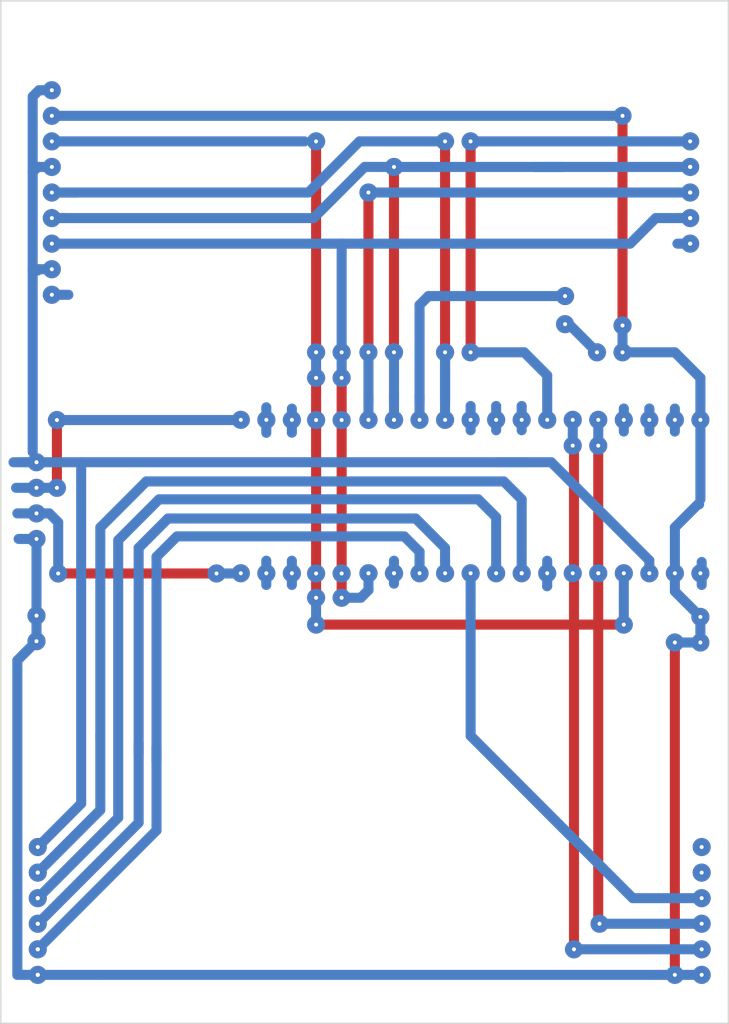
<source format=kicad_pcb>
(kicad_pcb (version 20171130) (host pcbnew "(5.0.1-3-g963ef8bb5)")

  (general
    (thickness 1.6)
    (drawings 5)
    (tracks 360)
    (zones 0)
    (modules 0)
    (nets 1)
  )

  (page A4)
  (layers
    (0 F.Cu signal)
    (31 B.Cu signal)
    (32 B.Adhes user)
    (33 F.Adhes user)
    (34 B.Paste user)
    (35 F.Paste user)
    (36 B.SilkS user)
    (37 F.SilkS user)
    (38 B.Mask user)
    (39 F.Mask user)
    (40 Dwgs.User user)
    (41 Cmts.User user)
    (42 Eco1.User user)
    (43 Eco2.User user)
    (44 Edge.Cuts user)
    (45 Margin user)
    (46 B.CrtYd user)
    (47 F.CrtYd user)
    (48 B.Fab user)
    (49 F.Fab user)
  )

  (setup
    (last_trace_width 1)
    (trace_clearance 0.2)
    (zone_clearance 0.508)
    (zone_45_only no)
    (trace_min 0.2)
    (segment_width 0.2)
    (edge_width 0.15)
    (via_size 1.8)
    (via_drill 0.4)
    (via_min_size 0.4)
    (via_min_drill 0.3)
    (uvia_size 0.3)
    (uvia_drill 0.1)
    (uvias_allowed no)
    (uvia_min_size 0.2)
    (uvia_min_drill 0.1)
    (pcb_text_width 0.3)
    (pcb_text_size 1.5 1.5)
    (mod_edge_width 0.15)
    (mod_text_size 1 1)
    (mod_text_width 0.15)
    (pad_size 1.524 1.524)
    (pad_drill 0.762)
    (pad_to_mask_clearance 0.051)
    (solder_mask_min_width 0.25)
    (aux_axis_origin 0 0)
    (visible_elements FFFFFF7F)
    (pcbplotparams
      (layerselection 0x010fc_ffffffff)
      (usegerberextensions false)
      (usegerberattributes false)
      (usegerberadvancedattributes false)
      (creategerberjobfile false)
      (excludeedgelayer true)
      (linewidth 0.150000)
      (plotframeref false)
      (viasonmask false)
      (mode 1)
      (useauxorigin false)
      (hpglpennumber 1)
      (hpglpenspeed 20)
      (hpglpendiameter 15.000000)
      (psnegative false)
      (psa4output false)
      (plotreference true)
      (plotvalue true)
      (plotinvisibletext false)
      (padsonsilk false)
      (subtractmaskfromsilk false)
      (outputformat 1)
      (mirror false)
      (drillshape 1)
      (scaleselection 1)
      (outputdirectory ""))
  )

  (net 0 "")

  (net_class Default "This is the default net class."
    (clearance 0.2)
    (trace_width 1)
    (via_dia 1.8)
    (via_drill 0.4)
    (uvia_dia 0.3)
    (uvia_drill 0.1)
  )

  (net_class neti ""
    (clearance 0.2)
    (trace_width 0.8)
    (via_dia 3)
    (via_drill 0.4)
    (uvia_dia 0.3)
    (uvia_drill 0.1)
  )

  (gr_text "V2 PSRAM\n" (at 167.005 32.258) (layer Eco2.User)
    (effects (font (size 1.5 1.5) (thickness 0.3)))
  )
  (gr_line (start 145.161 130.683) (end 145.161 29.083) (layer Edge.Cuts) (width 0.15) (tstamp 5DC5CC49))
  (gr_line (start 217.551 29.083) (end 217.551 130.683) (layer Edge.Cuts) (width 0.15) (tstamp 5DC5CC48))
  (gr_line (start 145.161 29.083) (end 217.551 29.083) (layer Edge.Cuts) (width 0.15) (tstamp 5DC5CC47))
  (gr_line (start 145.161 130.683) (end 217.551 130.683) (layer Edge.Cuts) (width 0.15) (tstamp 5DC5CC46))

  (segment (start 148.844 125.857) (end 155.194 125.857) (width 1) (layer B.Cu) (net 0) (tstamp 5DC5CAE5))
  (segment (start 212.471 50.673) (end 213.741 50.673) (width 1) (layer B.Cu) (net 0) (tstamp 5DC5CAEC))
  (segment (start 212.471 53.213) (end 213.741 53.213) (width 1) (layer B.Cu) (net 0) (tstamp 5DC5CAED))
  (segment (start 150.241 48.133) (end 152.781 48.133) (width 1) (layer B.Cu) (net 0) (tstamp 5DC5CAF2))
  (segment (start 150.241 50.673) (end 151.511 50.673) (width 1) (layer B.Cu) (net 0) (tstamp 5DC5CAF4))
  (segment (start 155.194 125.857) (end 209.804 125.857) (width 1) (layer B.Cu) (net 0) (tstamp 5DC5CB2B))
  (segment (start 209.804 125.857) (end 212.217 125.857) (width 1) (layer B.Cu) (net 0) (tstamp 5DC5CB54))
  (via (at 196.979941 85.957485) (size 0.8) (drill 0.4) (layers F.Cu B.Cu) (net 0) (tstamp 5DC5CB68))
  (via (at 148.844 115.697) (size 0.8) (drill 0.4) (layers F.Cu B.Cu) (net 0) (tstamp 5DC5CB6E))
  (via (at 213.741 53.213) (size 0.8) (drill 0.4) (layers F.Cu B.Cu) (net 0) (tstamp 5DC5CB6F))
  (via (at 213.741 50.673) (size 0.8) (drill 0.4) (layers F.Cu B.Cu) (net 0) (tstamp 5DC5CB70))
  (via (at 148.844 118.237) (size 0.8) (drill 0.4) (layers F.Cu B.Cu) (net 0) (tstamp 5DC5CB71))
  (via (at 213.741 48.133) (size 0.8) (drill 0.4) (layers F.Cu B.Cu) (net 0) (tstamp 5DC5CB73))
  (via (at 148.844 123.317) (size 0.8) (drill 0.4) (layers F.Cu B.Cu) (net 0) (tstamp 5DC5CB74))
  (via (at 148.844 125.857) (size 0.8) (drill 0.4) (layers F.Cu B.Cu) (net 0) (tstamp 5DC5CB75))
  (via (at 213.741 45.593) (size 0.8) (drill 0.4) (layers F.Cu B.Cu) (net 0) (tstamp 5DC5CB76))
  (via (at 148.844 118.237) (size 0.8) (drill 0.4) (layers F.Cu B.Cu) (net 0) (tstamp 5DC5CB7B))
  (via (at 148.844 118.237) (size 0.8) (drill 0.4) (layers F.Cu B.Cu) (net 0) (tstamp 5DC5CB7C))
  (via (at 148.844 120.777) (size 0.8) (drill 0.4) (layers F.Cu B.Cu) (net 0) (tstamp 5DC5CB7D))
  (via (at 196.979941 85.957485) (size 0.8) (drill 0.4) (layers F.Cu B.Cu) (net 0) (tstamp 5DC5CB8B))
  (via (at 196.979941 85.957485) (size 1.2) (drill 0.4) (layers F.Cu B.Cu) (net 0) (tstamp 5DC5CB8C))
  (via (at 204.599941 85.957485) (size 0.8) (drill 0.4) (layers F.Cu B.Cu) (net 0) (tstamp 5DC5CBA5))
  (via (at 196.979941 85.957485) (size 0.8) (drill 0.4) (layers F.Cu B.Cu) (net 0) (tstamp 5DC5CBAB))
  (via (at 196.979941 85.957485) (size 1.5) (drill 0.4) (layers F.Cu B.Cu) (net 0) (tstamp 5DC5CBAC))
  (via (at 213.741 45.593) (size 0.8) (drill 0.4) (layers F.Cu B.Cu) (net 0) (tstamp 5DC5CBB9))
  (via (at 213.741 45.593) (size 1.5) (drill 0.4) (layers F.Cu B.Cu) (net 0) (tstamp 5DC5CBBA))
  (via (at 213.741 48.133) (size 0.8) (drill 0.4) (layers F.Cu B.Cu) (net 0) (tstamp 5DC5CBBB))
  (via (at 213.741 48.133) (size 1.5) (drill 0.4) (layers F.Cu B.Cu) (net 0) (tstamp 5DC5CBBC))
  (via (at 213.741 50.673) (size 0.8) (drill 0.4) (layers F.Cu B.Cu) (net 0) (tstamp 5DC5CBBD))
  (via (at 213.741 50.673) (size 1.5) (drill 0.4) (layers F.Cu B.Cu) (net 0) (tstamp 5DC5CBBE))
  (via (at 213.741 53.213) (size 0.8) (drill 0.4) (layers F.Cu B.Cu) (net 0) (tstamp 5DC5CBBF))
  (via (at 213.741 53.213) (size 1.5) (drill 0.4) (layers F.Cu B.Cu) (net 0) (tstamp 5DC5CBC0))
  (via (at 148.844 115.697) (size 0.8) (drill 0.4) (layers F.Cu B.Cu) (net 0) (tstamp 5DC5CBC1))
  (via (at 148.844 118.237) (size 0.8) (drill 0.4) (layers F.Cu B.Cu) (net 0) (tstamp 5DC5CBC2))
  (via (at 148.844 118.237) (size 1.5) (drill 0.4) (layers F.Cu B.Cu) (net 0) (tstamp 5DC5CBC3))
  (via (at 148.844 120.777) (size 0.8) (drill 0.4) (layers F.Cu B.Cu) (net 0) (tstamp 5DC5CBC4))
  (via (at 148.844 120.777) (size 1.5) (drill 0.4) (layers F.Cu B.Cu) (net 0) (tstamp 5DC5CBC5))
  (via (at 148.844 123.317) (size 0.8) (drill 0.4) (layers F.Cu B.Cu) (net 0) (tstamp 5DC5CBC6))
  (via (at 148.844 123.317) (size 1.5) (drill 0.4) (layers F.Cu B.Cu) (net 0) (tstamp 5DC5CBC7))
  (via (at 148.844 125.857) (size 0.8) (drill 0.4) (layers F.Cu B.Cu) (net 0) (tstamp 5DC5CBC8))
  (via (at 148.844 125.857) (size 1.5) (drill 0.4) (layers F.Cu B.Cu) (net 0) (tstamp 5DC5CBC9))
  (via (at 148.844 115.697) (size 0.8) (drill 0.4) (layers F.Cu B.Cu) (net 0) (tstamp 5DC5CBCA))
  (via (at 148.844 115.697) (size 1.5) (drill 0.4) (layers F.Cu B.Cu) (net 0) (tstamp 5DC5CBCB))
  (via (at 148.844 115.697) (size 0.8) (drill 0.4) (layers F.Cu B.Cu) (net 0) (tstamp 5DC5CBCC))
  (via (at 148.844 115.697) (size 1.8) (drill 0.4) (layers F.Cu B.Cu) (net 0) (tstamp 5DC5CBCD))
  (via (at 148.844 118.237) (size 0.8) (drill 0.4) (layers F.Cu B.Cu) (net 0) (tstamp 5DC5CBCE))
  (via (at 148.844 118.237) (size 1.8) (drill 0.4) (layers F.Cu B.Cu) (net 0) (tstamp 5DC5CBCF))
  (via (at 148.844 120.777) (size 0.8) (drill 0.4) (layers F.Cu B.Cu) (net 0) (tstamp 5DC5CBD0))
  (via (at 148.844 120.777) (size 1.8) (drill 0.4) (layers F.Cu B.Cu) (net 0) (tstamp 5DC5CBD1))
  (via (at 148.844 123.317) (size 0.8) (drill 0.4) (layers F.Cu B.Cu) (net 0) (tstamp 5DC5CBD2))
  (via (at 148.844 123.317) (size 1.8) (drill 0.4) (layers F.Cu B.Cu) (net 0) (tstamp 5DC5CBD3))
  (via (at 148.844 125.857) (size 0.8) (drill 0.4) (layers F.Cu B.Cu) (net 0) (tstamp 5DC5CBD4))
  (via (at 148.844 125.857) (size 1.8) (drill 0.4) (layers F.Cu B.Cu) (net 0) (tstamp 5DC5CBD5))
  (via (at 213.741 45.593) (size 0.8) (drill 0.4) (layers F.Cu B.Cu) (net 0) (tstamp 5DC5CBD6))
  (via (at 213.741 45.593) (size 1.8) (drill 0.4) (layers F.Cu B.Cu) (net 0) (tstamp 5DC5CBD7))
  (via (at 213.741 48.133) (size 0.8) (drill 0.4) (layers F.Cu B.Cu) (net 0) (tstamp 5DC5CBD8))
  (via (at 213.741 48.133) (size 1.8) (drill 0.4) (layers F.Cu B.Cu) (net 0) (tstamp 5DC5CBD9))
  (via (at 213.741 50.673) (size 0.8) (drill 0.4) (layers F.Cu B.Cu) (net 0) (tstamp 5DC5CBDA))
  (via (at 213.741 50.673) (size 1.8) (drill 0.4) (layers F.Cu B.Cu) (net 0) (tstamp 5DC5CBDB))
  (via (at 213.741 53.213) (size 0.8) (drill 0.4) (layers F.Cu B.Cu) (net 0) (tstamp 5DC5CBDC))
  (via (at 213.741 53.213) (size 1.8) (drill 0.4) (layers F.Cu B.Cu) (net 0) (tstamp 5DC5CBDD))
  (via (at 181.739941 85.957485) (size 1.8) (drill 0.4) (layers F.Cu B.Cu) (net 0) (tstamp 5DC5CBDF) (status 1000000))
  (via (at 184.279941 85.957485) (size 1.8) (drill 0.4) (layers F.Cu B.Cu) (net 0) (tstamp 5DC5CBE1))
  (via (at 186.819941 85.957485) (size 1.8) (drill 0.4) (layers F.Cu B.Cu) (net 0) (tstamp 5DC5CBE3))
  (via (at 189.359941 85.957485) (size 1.8) (drill 0.4) (layers F.Cu B.Cu) (net 0) (tstamp 5DC5CBE5))
  (via (at 191.899941 85.957485) (size 1.8) (drill 0.4) (layers F.Cu B.Cu) (net 0) (tstamp 5DC5CBE7))
  (via (at 196.979941 85.957485) (size 0.8) (drill 0.4) (layers F.Cu B.Cu) (net 0) (tstamp 5DC5CBEA))
  (via (at 196.979941 85.957485) (size 1.8) (drill 0.4) (layers F.Cu B.Cu) (net 0) (tstamp 5DC5CBEB))
  (via (at 199.519941 85.957485) (size 1.8) (drill 0.4) (layers F.Cu B.Cu) (net 0) (tstamp 5DC5CBED))
  (via (at 202.059941 85.957485) (size 1.8) (drill 0.4) (layers F.Cu B.Cu) (net 0) (tstamp 5DC5CBEF))
  (via (at 204.599941 85.957485) (size 0.8) (drill 0.4) (layers F.Cu B.Cu) (net 0) (tstamp 5DC5CBF0))
  (via (at 204.599941 85.957485) (size 1.8) (drill 0.4) (layers F.Cu B.Cu) (net 0) (tstamp 5DC5CBF1))
  (via (at 207.139941 85.957485) (size 1.8) (drill 0.4) (layers F.Cu B.Cu) (net 0) (tstamp 5DC5CBF3))
  (via (at 209.679941 85.957485) (size 1.8) (drill 0.4) (layers F.Cu B.Cu) (net 0) (tstamp 5DC5CBF5))
  (via (at 212.219941 85.957485) (size 1.8) (drill 0.4) (layers F.Cu B.Cu) (net 0) (tstamp 5DC5CBF7))
  (via (at 214.884 125.857) (size 1.8) (drill 0.4) (layers F.Cu B.Cu) (net 0) (tstamp 5DC5CBFA))
  (via (at 214.884 123.317) (size 1.8) (drill 0.4) (layers F.Cu B.Cu) (net 0) (tstamp 5DC5CBFB))
  (via (at 214.884 120.777) (size 1.8) (drill 0.4) (layers F.Cu B.Cu) (net 0) (tstamp 5DC5CBFC))
  (via (at 214.884 118.237) (size 1.8) (drill 0.4) (layers F.Cu B.Cu) (net 0) (tstamp 5DC5CBFD))
  (via (at 214.884 115.697) (size 1.8) (drill 0.4) (layers F.Cu B.Cu) (net 0) (tstamp 5DC5CBFE))
  (via (at 214.884 113.157) (size 1.8) (drill 0.4) (layers F.Cu B.Cu) (net 0) (tstamp 5DC5CBFF))
  (via (at 148.717 92.71) (size 1.8) (drill 0.4) (layers F.Cu B.Cu) (net 0) (tstamp 5DC5CC0B))
  (via (at 148.844 113.157) (size 1.8) (drill 0.4) (layers F.Cu B.Cu) (net 0) (tstamp 5DC5CC0D))
  (via (at 214.757 90.297) (size 1.8) (drill 0.4) (layers F.Cu B.Cu) (net 0) (tstamp 5DC5CC0E))
  (via (at 214.757 92.837) (size 1.8) (drill 0.4) (layers F.Cu B.Cu) (net 0) (tstamp 5DC5CC0F))
  (via (at 150.241 48.133) (size 1.8) (drill 0.4) (layers F.Cu B.Cu) (net 0) (tstamp 5DC5CC10))
  (via (at 150.241 45.593) (size 1.8) (drill 0.4) (layers F.Cu B.Cu) (net 0) (tstamp 5DC5CC11))
  (via (at 150.241 50.673) (size 1.8) (drill 0.4) (layers F.Cu B.Cu) (net 0) (tstamp 5DC5CC12))
  (via (at 150.241 53.213) (size 1.8) (drill 0.4) (layers F.Cu B.Cu) (net 0) (tstamp 5DC5CC13))
  (via (at 150.241 43.053) (size 1.8) (drill 0.4) (layers F.Cu B.Cu) (net 0) (tstamp 5DC5CC14))
  (via (at 150.241 40.513) (size 1.8) (drill 0.4) (layers F.Cu B.Cu) (net 0) (tstamp 5DC5CC15))
  (via (at 150.241 55.753) (size 1.8) (drill 0.4) (layers F.Cu B.Cu) (net 0) (tstamp 5DC5CC16))
  (via (at 150.241 58.293) (size 1.8) (drill 0.4) (layers F.Cu B.Cu) (net 0) (tstamp 5DC5CC17))
  (via (at 150.241 37.973) (size 1.8) (drill 0.4) (layers F.Cu B.Cu) (net 0) (tstamp 5DC5CC18))
  (via (at 181.739941 70.717485) (size 1.8) (drill 0.4) (layers F.Cu B.Cu) (net 0) (tstamp 5DC5CC19))
  (via (at 184.279941 70.717485) (size 1.8) (drill 0.4) (layers F.Cu B.Cu) (net 0) (tstamp 5DC5CC1A))
  (via (at 186.819941 70.717485) (size 1.8) (drill 0.4) (layers F.Cu B.Cu) (net 0) (tstamp 5DC5CC1B))
  (via (at 191.899941 70.717485) (size 1.8) (drill 0.4) (layers F.Cu B.Cu) (net 0) (tstamp 5DC5CC1D))
  (via (at 194.439941 70.717485) (size 1.8) (drill 0.4) (layers F.Cu B.Cu) (net 0) (tstamp 5DC5CC1E))
  (via (at 196.979941 70.717485) (size 1.8) (drill 0.4) (layers F.Cu B.Cu) (net 0) (tstamp 5DC5CC1F))
  (via (at 199.519941 70.717485) (size 1.8) (drill 0.4) (layers F.Cu B.Cu) (net 0) (tstamp 5DC5CC20))
  (via (at 202.059941 70.717485) (size 1.8) (drill 0.4) (layers F.Cu B.Cu) (net 0) (tstamp 5DC5CC21))
  (via (at 204.599941 70.717485) (size 1.8) (drill 0.4) (layers F.Cu B.Cu) (net 0) (tstamp 5DC5CC22))
  (via (at 207.139941 70.717485) (size 1.8) (drill 0.4) (layers F.Cu B.Cu) (net 0) (tstamp 5DC5CC23))
  (via (at 209.679941 70.717485) (size 1.8) (drill 0.4) (layers F.Cu B.Cu) (net 0) (tstamp 5DC5CC24))
  (via (at 212.219941 70.717485) (size 1.8) (drill 0.4) (layers F.Cu B.Cu) (net 0) (tstamp 5DC5CC25))
  (via (at 214.759941 70.717485) (size 1.8) (drill 0.4) (layers F.Cu B.Cu) (net 0) (tstamp 5DC5CC26))
  (via (at 213.741 43.053) (size 1.8) (drill 0.4) (layers F.Cu B.Cu) (net 0) (tstamp 5DC5CC3F))
  (via (at 148.717 90.17) (size 1.8) (drill 0.4) (layers F.Cu B.Cu) (net 0) (tstamp 5DC5CC0C))
  (segment (start 210.312 50.673) (end 213.741 50.673) (width 1) (layer B.Cu) (net 0))
  (segment (start 207.772 53.213) (end 210.312 50.673) (width 1) (layer B.Cu) (net 0))
  (segment (start 150.241 53.213) (end 177.927 53.213) (width 1) (layer B.Cu) (net 0))
  (segment (start 180.975 53.213) (end 180.977941 53.215941) (width 1) (layer B.Cu) (net 0))
  (segment (start 180.975 53.213) (end 207.772 53.213) (width 1) (layer B.Cu) (net 0))
  (segment (start 212.219941 87.759941) (end 214.757 90.297) (width 1) (layer B.Cu) (net 0))
  (segment (start 212.219941 85.957485) (end 212.219941 87.759941) (width 1) (layer B.Cu) (net 0))
  (via (at 181.737 48.133) (size 1.8) (drill 0.4) (layers F.Cu B.Cu) (net 0))
  (segment (start 213.741 48.133) (end 181.737 48.133) (width 1) (layer B.Cu) (net 0))
  (segment (start 181.737 70.714544) (end 181.739941 70.717485) (width 1) (layer B.Cu) (net 0))
  (via (at 184.277 45.593) (size 1.8) (drill 0.4) (layers F.Cu B.Cu) (net 0))
  (segment (start 184.277 45.593) (end 184.277 64.008) (width 1) (layer F.Cu) (net 0))
  (segment (start 198.247 45.593) (end 213.741 45.593) (width 1) (layer B.Cu) (net 0))
  (segment (start 198.247 45.593) (end 201.041 45.593) (width 1) (layer B.Cu) (net 0))
  (segment (start 186.819941 83.82) (end 186.692941 83.693) (width 1) (layer B.Cu) (net 0))
  (via (at 148.717 82.55) (size 1.8) (drill 0.4) (layers F.Cu B.Cu) (net 0) (tstamp 5DC69DC9))
  (via (at 148.717 80.01) (size 1.8) (drill 0.4) (layers F.Cu B.Cu) (net 0) (tstamp 5DC69DCA))
  (via (at 148.717 77.47) (size 1.8) (drill 0.4) (layers F.Cu B.Cu) (net 0) (tstamp 5DC69DCB))
  (via (at 148.717 74.93) (size 1.8) (drill 0.4) (layers F.Cu B.Cu) (net 0) (tstamp 5DC69DCC))
  (segment (start 186.819941 85.957485) (end 186.819941 83.82) (width 1) (layer B.Cu) (net 0))
  (via (at 194.439941 85.957485) (size 1.8) (drill 0.4) (layers F.Cu B.Cu) (net 0) (tstamp 5DC5CBE9))
  (via (at 214.759941 85.957485) (size 1.8) (drill 0.4) (layers F.Cu B.Cu) (net 0) (tstamp 5DC5CBF9))
  (via (at 189.359941 70.717485) (size 1.8) (drill 0.4) (layers F.Cu B.Cu) (net 0) (tstamp 5DC5CC1C))
  (via (at 169.039941 70.717485) (size 1.8) (drill 0.4) (layers F.Cu B.Cu) (net 0) (tstamp 5DC6A067))
  (via (at 171.579941 70.717485) (size 1.8) (drill 0.4) (layers F.Cu B.Cu) (net 0) (tstamp 5DC6A068))
  (via (at 174.119941 70.717485) (size 1.8) (drill 0.4) (layers F.Cu B.Cu) (net 0) (tstamp 5DC6A069))
  (via (at 181.739941 70.717485) (size 1.8) (drill 0.4) (layers F.Cu B.Cu) (net 0) (tstamp 5DC6A06C))
  (via (at 184.279941 70.717485) (size 1.8) (drill 0.4) (layers F.Cu B.Cu) (net 0) (tstamp 5DC6A06D))
  (via (at 169.039941 85.957485) (size 1.8) (drill 0.4) (layers F.Cu B.Cu) (net 0) (tstamp 5DC6A067))
  (via (at 171.579941 85.957485) (size 1.8) (drill 0.4) (layers F.Cu B.Cu) (net 0) (tstamp 5DC6A068))
  (via (at 174.119941 85.957485) (size 1.8) (drill 0.4) (layers F.Cu B.Cu) (net 0) (tstamp 5DC6A069))
  (via (at 181.739941 85.957485) (size 1.8) (drill 0.4) (layers F.Cu B.Cu) (net 0) (tstamp 5DC6A06C))
  (via (at 184.279941 85.957485) (size 1.8) (drill 0.4) (layers F.Cu B.Cu) (net 0) (tstamp 5DC6A06D))
  (via (at 179.07 88.392) (size 1.8) (drill 0.4) (layers F.Cu B.Cu) (net 0))
  (segment (start 148.717 74.93) (end 151.765 74.93) (width 1) (layer B.Cu) (net 0))
  (segment (start 148.717 82.55) (end 148.717 90.17) (width 1) (layer B.Cu) (net 0))
  (via (at 166.624 85.979) (size 1.8) (drill 0.4) (layers F.Cu B.Cu) (net 0))
  (segment (start 153.162 102.108) (end 153.162 74.93) (width 1) (layer B.Cu) (net 0))
  (segment (start 151.765 74.93) (end 153.162 74.93) (width 1) (layer B.Cu) (net 0))
  (via (at 150.749 77.47) (size 1.8) (drill 0.4) (layers F.Cu B.Cu) (net 0))
  (via (at 150.876 85.979) (size 1.8) (drill 0.4) (layers F.Cu B.Cu) (net 0))
  (segment (start 148.717 77.47) (end 150.749 77.47) (width 1) (layer B.Cu) (net 0))
  (segment (start 186.817 70.714544) (end 186.819941 70.717485) (width 1) (layer B.Cu) (net 0))
  (via (at 189.357 43.053) (size 1.8) (drill 0.4) (layers F.Cu B.Cu) (net 0))
  (segment (start 189.357 44.325792) (end 189.357 64.008) (width 1) (layer F.Cu) (net 0))
  (segment (start 189.357 43.053) (end 189.357 44.325792) (width 1) (layer F.Cu) (net 0))
  (via (at 191.897 43.053) (size 1.8) (drill 0.4) (layers F.Cu B.Cu) (net 0))
  (segment (start 213.741 43.053) (end 191.897 43.053) (width 1) (layer B.Cu) (net 0))
  (segment (start 191.897 44.325792) (end 191.897 64.008) (width 1) (layer F.Cu) (net 0))
  (segment (start 191.897 43.053) (end 191.897 44.325792) (width 1) (layer F.Cu) (net 0))
  (via (at 150.749 70.739) (size 1.8) (drill 0.4) (layers F.Cu B.Cu) (net 0))
  (segment (start 150.749 70.739) (end 150.749 77.47) (width 1) (layer F.Cu) (net 0))
  (segment (start 169.018426 70.739) (end 169.039941 70.717485) (width 1) (layer B.Cu) (net 0))
  (segment (start 150.749 70.739) (end 169.018426 70.739) (width 1) (layer B.Cu) (net 0))
  (segment (start 169.018426 85.979) (end 169.039941 85.957485) (width 1) (layer B.Cu) (net 0))
  (segment (start 166.624 85.979) (end 169.018426 85.979) (width 1) (layer B.Cu) (net 0))
  (segment (start 149.989792 80.01) (end 150.876 80.896208) (width 1) (layer B.Cu) (net 0))
  (segment (start 148.717 80.01) (end 149.989792 80.01) (width 1) (layer B.Cu) (net 0))
  (segment (start 150.876 80.896208) (end 150.876 85.979) (width 1) (layer B.Cu) (net 0))
  (segment (start 152.148792 85.979) (end 166.624 85.979) (width 1) (layer F.Cu) (net 0))
  (segment (start 150.876 85.979) (end 152.148792 85.979) (width 1) (layer F.Cu) (net 0))
  (via (at 176.53 43.053) (size 1.8) (drill 0.4) (layers F.Cu B.Cu) (net 0))
  (segment (start 150.241 43.053) (end 175.387 43.053) (width 1) (layer B.Cu) (net 0))
  (segment (start 195.201941 76.835) (end 196.979941 78.613) (width 1) (layer B.Cu) (net 0))
  (segment (start 159.639 76.835) (end 195.201941 76.835) (width 1) (layer B.Cu) (net 0))
  (segment (start 155.067 81.407) (end 159.639 76.835) (width 1) (layer B.Cu) (net 0))
  (segment (start 196.979941 78.613) (end 196.979941 85.957485) (width 1) (layer B.Cu) (net 0))
  (segment (start 192.661941 78.613) (end 194.439941 80.391) (width 1) (layer B.Cu) (net 0))
  (segment (start 156.845 103.378) (end 156.845 82.677) (width 1) (layer B.Cu) (net 0))
  (segment (start 160.909 78.613) (end 192.661941 78.613) (width 1) (layer B.Cu) (net 0))
  (segment (start 194.439941 80.391) (end 194.439941 85.957485) (width 1) (layer B.Cu) (net 0))
  (segment (start 156.845 82.677) (end 160.909 78.613) (width 1) (layer B.Cu) (net 0))
  (segment (start 158.877 83.439) (end 161.798 80.518) (width 1) (layer B.Cu) (net 0))
  (segment (start 160.655 84.328) (end 162.687 82.296) (width 1) (layer B.Cu) (net 0))
  (segment (start 185.295941 82.296) (end 186.819941 83.82) (width 1) (layer B.Cu) (net 0))
  (segment (start 162.687 82.296) (end 185.295941 82.296) (width 1) (layer B.Cu) (net 0))
  (segment (start 181.718426 85.979) (end 181.739941 85.957485) (width 1) (layer B.Cu) (net 0))
  (via (at 179.07 66.548) (size 1.8) (drill 0.4) (layers F.Cu B.Cu) (net 0))
  (segment (start 179.07 65.275208) (end 179.07 64.135) (width 1) (layer B.Cu) (net 0))
  (segment (start 179.07 66.548) (end 179.07 65.275208) (width 1) (layer B.Cu) (net 0))
  (segment (start 179.07 53.213) (end 180.975 53.213) (width 1) (layer B.Cu) (net 0))
  (segment (start 177.927 53.213) (end 179.07 53.213) (width 1) (layer B.Cu) (net 0))
  (segment (start 176.276 50.673) (end 181.356 45.593) (width 1) (layer B.Cu) (net 0))
  (segment (start 150.241 50.673) (end 176.276 50.673) (width 1) (layer B.Cu) (net 0))
  (segment (start 181.356 45.593) (end 198.247 45.593) (width 1) (layer B.Cu) (net 0))
  (segment (start 180.848 43.053) (end 189.357 43.053) (width 1) (layer B.Cu) (net 0))
  (segment (start 175.768 48.133) (end 180.848 43.053) (width 1) (layer B.Cu) (net 0))
  (segment (start 150.241 48.133) (end 175.768 48.133) (width 1) (layer B.Cu) (net 0))
  (via (at 176.53 66.548) (size 1.8) (drill 0.4) (layers F.Cu B.Cu) (net 0))
  (via (at 176.53 64.008) (size 1.8) (drill 0.4) (layers F.Cu B.Cu) (net 0))
  (segment (start 179.07 64.135) (end 179.07 53.213) (width 1) (layer B.Cu) (net 0) (tstamp 5DC6D649))
  (via (at 179.07 64.008) (size 1.8) (drill 0.4) (layers F.Cu B.Cu) (net 0))
  (segment (start 181.737 64.008) (end 181.737 48.133) (width 1) (layer F.Cu) (net 0) (tstamp 5DC6D64B))
  (via (at 181.737 64.008) (size 1.8) (drill 0.4) (layers F.Cu B.Cu) (net 0))
  (via (at 184.277 64.008) (size 1.8) (drill 0.4) (layers F.Cu B.Cu) (net 0))
  (via (at 189.357 64.008) (size 1.8) (drill 0.4) (layers F.Cu B.Cu) (net 0))
  (via (at 191.897 64.008) (size 1.8) (drill 0.4) (layers F.Cu B.Cu) (net 0))
  (segment (start 184.279941 64.010941) (end 184.277 64.008) (width 1) (layer B.Cu) (net 0))
  (segment (start 181.739941 64.010941) (end 181.737 64.008) (width 1) (layer B.Cu) (net 0))
  (segment (start 189.359941 64.010941) (end 189.357 64.008) (width 1) (layer B.Cu) (net 0))
  (segment (start 189.359941 68.939485) (end 189.359941 64.010941) (width 1) (layer B.Cu) (net 0))
  (segment (start 199.519941 68.939485) (end 199.519941 66.296941) (width 1) (layer B.Cu) (net 0))
  (segment (start 197.231 64.008) (end 199.519941 66.296941) (width 1) (layer B.Cu) (net 0))
  (segment (start 191.897 64.008) (end 197.231 64.008) (width 1) (layer B.Cu) (net 0))
  (segment (start 176.53 43.053) (end 176.53 64.008) (width 1) (layer F.Cu) (net 0))
  (via (at 176.53 88.392) (size 1.8) (drill 0.4) (layers F.Cu B.Cu) (net 0))
  (via (at 176.53 91.059) (size 1.8) (drill 0.4) (layers F.Cu B.Cu) (net 0))
  (via (at 207.137 91.059) (size 1.8) (drill 0.4) (layers F.Cu B.Cu) (net 0))
  (segment (start 207.139941 91.056059) (end 207.137 91.059) (width 1) (layer B.Cu) (net 0))
  (segment (start 207.139941 85.957485) (end 207.139941 91.056059) (width 1) (layer B.Cu) (net 0))
  (segment (start 176.53 88.392) (end 176.53 91.059) (width 1) (layer B.Cu) (net 0))
  (segment (start 176.53 91.059) (end 207.137 91.059) (width 1) (layer F.Cu) (net 0))
  (segment (start 176.53 64.008) (end 176.53 66.548) (width 1) (layer B.Cu) (net 0))
  (segment (start 214.757 90.297) (end 214.757 92.837) (width 1) (layer B.Cu) (net 0))
  (segment (start 148.717 92.71) (end 148.717 90.17) (width 1) (layer B.Cu) (net 0))
  (segment (start 181.739941 85.957485) (end 181.504515 85.957485) (width 1) (layer B.Cu) (net 0))
  (via (at 202.057 73.279) (size 1.8) (drill 0.4) (layers F.Cu B.Cu) (net 0))
  (via (at 204.597 73.279) (size 1.8) (drill 0.4) (layers F.Cu B.Cu) (net 0))
  (segment (start 204.599941 73.276059) (end 204.597 73.279) (width 1) (layer B.Cu) (net 0))
  (segment (start 204.599941 70.717485) (end 204.599941 73.276059) (width 1) (layer B.Cu) (net 0))
  (segment (start 202.059941 73.276059) (end 202.057 73.279) (width 1) (layer B.Cu) (net 0))
  (segment (start 202.059941 70.717485) (end 202.059941 73.276059) (width 1) (layer B.Cu) (net 0))
  (segment (start 204.724 120.777) (end 214.884 120.777) (width 1) (layer B.Cu) (net 0) (tstamp 5DC6DB22))
  (via (at 204.724 120.777) (size 1.8) (drill 0.4) (layers F.Cu B.Cu) (net 0))
  (segment (start 202.184 123.317) (end 214.884 123.317) (width 1) (layer B.Cu) (net 0) (tstamp 5DC6DB29))
  (via (at 202.184 123.317) (size 1.8) (drill 0.4) (layers F.Cu B.Cu) (net 0))
  (segment (start 209.679941 84.684693) (end 199.925248 74.93) (width 1) (layer B.Cu) (net 0))
  (segment (start 199.925248 74.93) (end 194.564 74.93) (width 1) (layer B.Cu) (net 0))
  (segment (start 194.564 74.93) (end 197.612 74.93) (width 1) (layer B.Cu) (net 0))
  (segment (start 153.162 74.93) (end 194.564 74.93) (width 1) (layer B.Cu) (net 0))
  (segment (start 209.679941 84.684693) (end 209.679941 85.957485) (width 1) (layer B.Cu) (net 0))
  (via (at 201.295 58.42) (size 1.8) (drill 0.4) (layers F.Cu B.Cu) (net 0))
  (via (at 201.295 61.214) (size 1.8) (drill 0.4) (layers F.Cu B.Cu) (net 0))
  (segment (start 187.706 58.42) (end 186.819941 59.306059) (width 1) (layer B.Cu) (net 0))
  (segment (start 201.295 58.42) (end 187.706 58.42) (width 1) (layer B.Cu) (net 0))
  (via (at 204.47 64.008) (size 1.8) (drill 0.4) (layers F.Cu B.Cu) (net 0))
  (via (at 207.01 64.008) (size 1.8) (drill 0.4) (layers F.Cu B.Cu) (net 0))
  (segment (start 201.676 61.214) (end 204.47 64.008) (width 1) (layer B.Cu) (net 0))
  (segment (start 201.295 61.214) (end 201.676 61.214) (width 1) (layer B.Cu) (net 0))
  (segment (start 212.217 69.596) (end 212.217 71.882) (width 1) (layer B.Cu) (net 0))
  (segment (start 209.679941 70.717485) (end 209.679941 69.598941) (width 1) (layer B.Cu) (net 0))
  (segment (start 209.679941 69.598941) (end 209.677 69.601882) (width 1) (layer B.Cu) (net 0))
  (segment (start 209.677 69.601882) (end 209.677 71.882) (width 1) (layer B.Cu) (net 0))
  (segment (start 207.139941 70.717485) (end 207.139941 69.598941) (width 1) (layer B.Cu) (net 0))
  (segment (start 207.139941 69.598941) (end 207.137 69.601882) (width 1) (layer B.Cu) (net 0))
  (segment (start 207.139941 70.717485) (end 207.139941 71.879059) (width 1) (layer B.Cu) (net 0))
  (segment (start 199.519941 85.957485) (end 199.519941 84.711941) (width 1) (layer B.Cu) (net 0))
  (segment (start 199.519941 87.230277) (end 199.501218 87.249) (width 1) (layer B.Cu) (net 0))
  (segment (start 199.519941 85.957485) (end 199.519941 87.230277) (width 1) (layer B.Cu) (net 0))
  (segment (start 214.884 84.836) (end 214.884 87.122) (width 1) (layer B.Cu) (net 0))
  (segment (start 184.277 84.709) (end 184.277 86.995) (width 1) (layer B.Cu) (net 0))
  (segment (start 171.577 69.469) (end 171.577 72.009) (width 1) (layer B.Cu) (net 0))
  (segment (start 174.119941 70.717485) (end 174.119941 69.598941) (width 1) (layer B.Cu) (net 0))
  (segment (start 174.119941 71.990277) (end 174.117 71.993218) (width 1) (layer B.Cu) (net 0))
  (segment (start 174.119941 70.717485) (end 174.119941 71.990277) (width 1) (layer B.Cu) (net 0))
  (segment (start 174.117 84.709) (end 174.117 87.122) (width 1) (layer B.Cu) (net 0))
  (segment (start 171.577 84.709) (end 171.577 87.122) (width 1) (layer B.Cu) (net 0))
  (via (at 176.53 70.739) (size 1.8) (drill 0.4) (layers F.Cu B.Cu) (net 0))
  (via (at 179.07 70.739) (size 1.8) (drill 0.4) (layers F.Cu B.Cu) (net 0))
  (via (at 176.53 85.979) (size 1.8) (drill 0.4) (layers F.Cu B.Cu) (net 0))
  (segment (start 179.07 66.548) (end 179.07 85.979) (width 1) (layer F.Cu) (net 0))
  (segment (start 176.53 66.548) (end 176.53 88.392) (width 1) (layer F.Cu) (net 0))
  (segment (start 199.519941 68.939485) (end 199.519941 70.717485) (width 1) (layer B.Cu) (net 0))
  (segment (start 189.357 70.714544) (end 189.359941 70.717485) (width 1) (layer B.Cu) (net 0))
  (segment (start 189.357 64.008) (end 189.357 70.714544) (width 1) (layer B.Cu) (net 0))
  (segment (start 186.819941 70.717485) (end 186.819941 68.326) (width 1) (layer B.Cu) (net 0))
  (segment (start 186.819941 68.326) (end 186.819941 59.306059) (width 1) (layer B.Cu) (net 0))
  (segment (start 186.819941 68.939485) (end 186.819941 68.326) (width 1) (layer B.Cu) (net 0))
  (segment (start 184.279941 70.717485) (end 184.279941 68.199) (width 1) (layer B.Cu) (net 0))
  (segment (start 184.279941 68.199) (end 184.279941 64.010941) (width 1) (layer B.Cu) (net 0))
  (segment (start 184.279941 68.939485) (end 184.279941 68.199) (width 1) (layer B.Cu) (net 0))
  (segment (start 181.739941 70.717485) (end 181.739941 68.326) (width 1) (layer B.Cu) (net 0))
  (segment (start 181.739941 68.326) (end 181.739941 64.010941) (width 1) (layer B.Cu) (net 0))
  (segment (start 181.739941 68.939485) (end 181.739941 68.326) (width 1) (layer B.Cu) (net 0))
  (segment (start 196.979941 69.344941) (end 196.979941 71.752059) (width 1) (layer B.Cu) (net 0))
  (segment (start 196.977 69.342) (end 196.979941 69.344941) (width 1) (layer B.Cu) (net 0))
  (segment (start 194.439941 69.344941) (end 194.439941 71.752059) (width 1) (layer B.Cu) (net 0))
  (segment (start 194.437 69.342) (end 194.439941 69.344941) (width 1) (layer B.Cu) (net 0))
  (segment (start 191.899941 69.344941) (end 191.899941 71.752059) (width 1) (layer B.Cu) (net 0))
  (segment (start 191.897 69.342) (end 191.899941 69.344941) (width 1) (layer B.Cu) (net 0))
  (segment (start 208.026 118.237) (end 214.884 118.237) (width 1) (layer B.Cu) (net 0))
  (segment (start 191.899941 102.110941) (end 208.026 118.237) (width 1) (layer B.Cu) (net 0))
  (segment (start 191.899941 85.957485) (end 191.899941 102.110941) (width 1) (layer B.Cu) (net 0))
  (segment (start 204.597 120.65) (end 204.724 120.777) (width 1) (layer F.Cu) (net 0))
  (segment (start 204.597 73.279) (end 204.597 120.65) (width 1) (layer F.Cu) (net 0))
  (segment (start 202.184 73.406) (end 202.057 73.279) (width 1) (layer F.Cu) (net 0))
  (segment (start 202.184 123.317) (end 202.184 73.406) (width 1) (layer F.Cu) (net 0))
  (segment (start 160.655 111.506) (end 148.844 123.317) (width 1) (layer B.Cu) (net 0))
  (segment (start 160.655 103.251) (end 160.655 111.506) (width 1) (layer B.Cu) (net 0))
  (segment (start 160.655 104.648) (end 160.655 103.251) (width 1) (layer B.Cu) (net 0))
  (segment (start 160.655 103.251) (end 160.655 84.328) (width 1) (layer B.Cu) (net 0))
  (segment (start 158.877 110.744) (end 148.844 120.777) (width 1) (layer B.Cu) (net 0))
  (segment (start 158.877 102.87) (end 158.877 110.744) (width 1) (layer B.Cu) (net 0))
  (segment (start 158.877 103.886) (end 158.877 102.87) (width 1) (layer B.Cu) (net 0))
  (segment (start 158.877 102.87) (end 158.877 83.439) (width 1) (layer B.Cu) (net 0))
  (segment (start 156.845 110.236) (end 148.844 118.237) (width 1) (layer B.Cu) (net 0))
  (segment (start 156.845 103.378) (end 156.845 110.236) (width 1) (layer B.Cu) (net 0))
  (segment (start 155.067 109.474) (end 148.844 115.697) (width 1) (layer B.Cu) (net 0))
  (segment (start 155.067 101.981) (end 155.067 109.474) (width 1) (layer B.Cu) (net 0))
  (segment (start 155.067 102.616) (end 155.067 101.981) (width 1) (layer B.Cu) (net 0))
  (segment (start 155.067 101.981) (end 155.067 81.407) (width 1) (layer B.Cu) (net 0))
  (segment (start 153.162 108.839) (end 148.844 113.157) (width 1) (layer B.Cu) (net 0))
  (segment (start 153.162 102.108) (end 153.162 108.839) (width 1) (layer B.Cu) (net 0))
  (segment (start 179.07 85.979) (end 179.07 88.392) (width 1) (layer F.Cu) (net 0) (tstamp 5DC6E4E5))
  (via (at 179.07 85.979) (size 1.8) (drill 0.4) (layers F.Cu B.Cu) (net 0))
  (segment (start 181.739941 85.957485) (end 181.739941 87.627059) (width 1) (layer B.Cu) (net 0))
  (segment (start 180.975 88.392) (end 179.07 88.392) (width 1) (layer B.Cu) (net 0))
  (segment (start 181.739941 87.627059) (end 180.975 88.392) (width 1) (layer B.Cu) (net 0))
  (segment (start 146.685 77.47) (end 148.717 77.47) (width 1) (layer B.Cu) (net 0))
  (segment (start 148.717 80.01) (end 146.812 80.01) (width 1) (layer B.Cu) (net 0))
  (segment (start 148.717 82.55) (end 146.939 82.55) (width 1) (layer B.Cu) (net 0))
  (segment (start 148.717 74.93) (end 147.066 74.93) (width 1) (layer B.Cu) (net 0))
  (segment (start 148.717 74.93) (end 146.431 74.93) (width 1) (layer B.Cu) (net 0))
  (segment (start 150.241 58.293) (end 151.257 58.293) (width 1) (layer B.Cu) (net 0))
  (segment (start 150.241 58.293) (end 151.892 58.293) (width 1) (layer B.Cu) (net 0))
  (segment (start 189.359941 84.684693) (end 189.357 84.681752) (width 1) (layer B.Cu) (net 0))
  (segment (start 189.359941 85.957485) (end 189.359941 84.684693) (width 1) (layer B.Cu) (net 0))
  (segment (start 189.357 83.439) (end 186.436 80.518) (width 1) (layer B.Cu) (net 0))
  (segment (start 186.436 80.518) (end 161.798 80.518) (width 1) (layer B.Cu) (net 0))
  (segment (start 189.357 84.681752) (end 189.357 83.439) (width 1) (layer B.Cu) (net 0))
  (segment (start 214.759941 70.717485) (end 214.759941 78.610059) (width 1) (layer B.Cu) (net 0))
  (segment (start 214.63 79.121) (end 214.503 79.121) (width 1) (layer B.Cu) (net 0))
  (segment (start 214.503 79.121) (end 212.217 81.407) (width 1) (layer B.Cu) (net 0))
  (segment (start 212.219941 81.409941) (end 212.219941 85.957485) (width 1) (layer B.Cu) (net 0))
  (segment (start 212.217 81.407) (end 212.219941 81.409941) (width 1) (layer B.Cu) (net 0))
  (via (at 212.217 92.837) (size 1.8) (drill 0.4) (layers F.Cu B.Cu) (net 0))
  (segment (start 212.217 92.837) (end 214.757 92.837) (width 1) (layer B.Cu) (net 0))
  (segment (start 212.217 125.857) (end 214.884 125.857) (width 1) (layer B.Cu) (net 0) (tstamp 5DC7CF0C))
  (via (at 212.217 125.857) (size 1.8) (drill 0.4) (layers F.Cu B.Cu) (net 0))
  (segment (start 212.217 92.837) (end 212.217 125.857) (width 1) (layer F.Cu) (net 0))
  (segment (start 214.759941 66.550941) (end 214.759941 70.717485) (width 1) (layer B.Cu) (net 0))
  (segment (start 212.217 64.008) (end 214.759941 66.550941) (width 1) (layer B.Cu) (net 0))
  (segment (start 207.01 64.008) (end 212.217 64.008) (width 1) (layer B.Cu) (net 0))
  (segment (start 146.812 125.857) (end 148.844 125.857) (width 1) (layer B.Cu) (net 0))
  (segment (start 148.968208 37.973) (end 148.336 38.605208) (width 1) (layer B.Cu) (net 0))
  (segment (start 150.241 37.973) (end 148.968208 37.973) (width 1) (layer B.Cu) (net 0))
  (segment (start 148.844 45.593) (end 148.336 46.101) (width 1) (layer B.Cu) (net 0))
  (segment (start 150.241 45.593) (end 148.844 45.593) (width 1) (layer B.Cu) (net 0))
  (segment (start 148.336 38.605208) (end 148.336 46.101) (width 1) (layer B.Cu) (net 0))
  (segment (start 150.241 55.753) (end 148.968208 55.753) (width 1) (layer B.Cu) (net 0))
  (segment (start 148.841208 55.88) (end 148.336 55.88) (width 1) (layer B.Cu) (net 0))
  (segment (start 148.968208 55.753) (end 148.841208 55.88) (width 1) (layer B.Cu) (net 0))
  (segment (start 148.336 55.88) (end 148.336 73.914) (width 1) (layer B.Cu) (net 0))
  (segment (start 148.336 46.101) (end 148.336 55.88) (width 1) (layer B.Cu) (net 0))
  (segment (start 207.01 40.513) (end 150.241 40.513) (width 1) (layer B.Cu) (net 0) (tstamp 5DC7D0D5))
  (via (at 207.01 40.513) (size 1.8) (drill 0.4) (layers F.Cu B.Cu) (net 0))
  (via (at 207.01 61.341) (size 1.8) (drill 0.4) (layers F.Cu B.Cu) (net 0))
  (segment (start 207.01 40.513) (end 207.01 61.341) (width 1) (layer F.Cu) (net 0))
  (segment (start 207.01 61.341) (end 207.01 64.008) (width 1) (layer B.Cu) (net 0))
  (segment (start 146.812 94.615) (end 146.812 125.857) (width 1) (layer B.Cu) (net 0))
  (segment (start 148.717 92.71) (end 146.812 94.615) (width 1) (layer B.Cu) (net 0))

)

</source>
